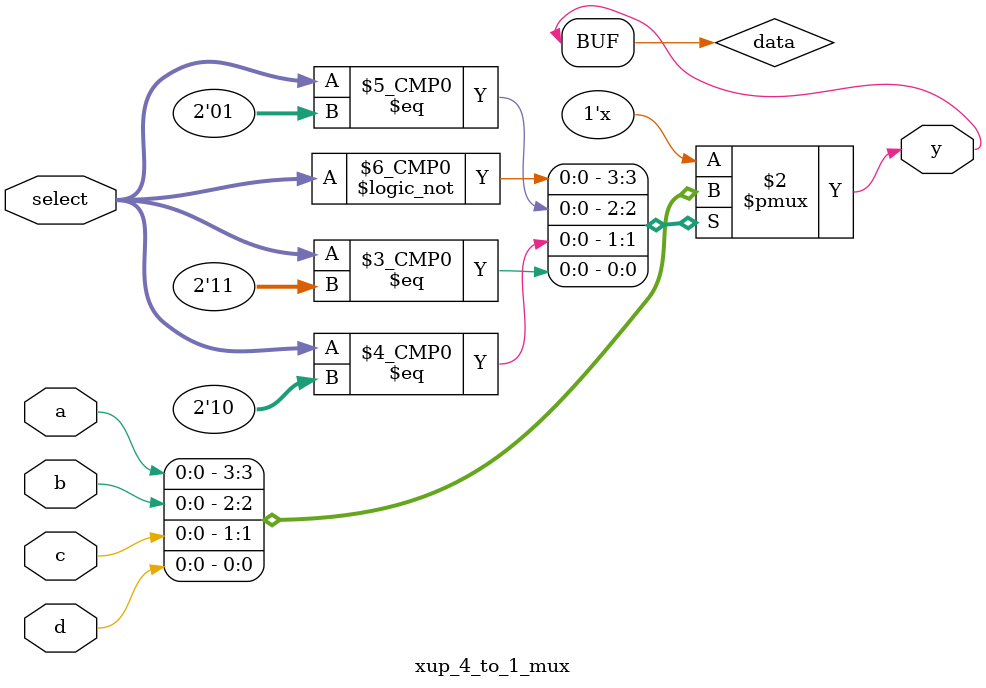
<source format=v>

`timescale 1ns / 1ps
module xup_4_to_1_mux #(parameter DELAY = 3)(
    input a,
    input b,
    input c,
    input d,
    input [1:0] select,
    output y
    );
    reg data;
    
    always @(*) begin
        case(select)
            2'b00 : data <= a;
            2'b01 : data <= b;
            2'b10 : data <= c;
            2'b11 : data <= d;
            default : data <= a;
        endcase
    end
    
    assign #DELAY y = data;
        
endmodule

</source>
